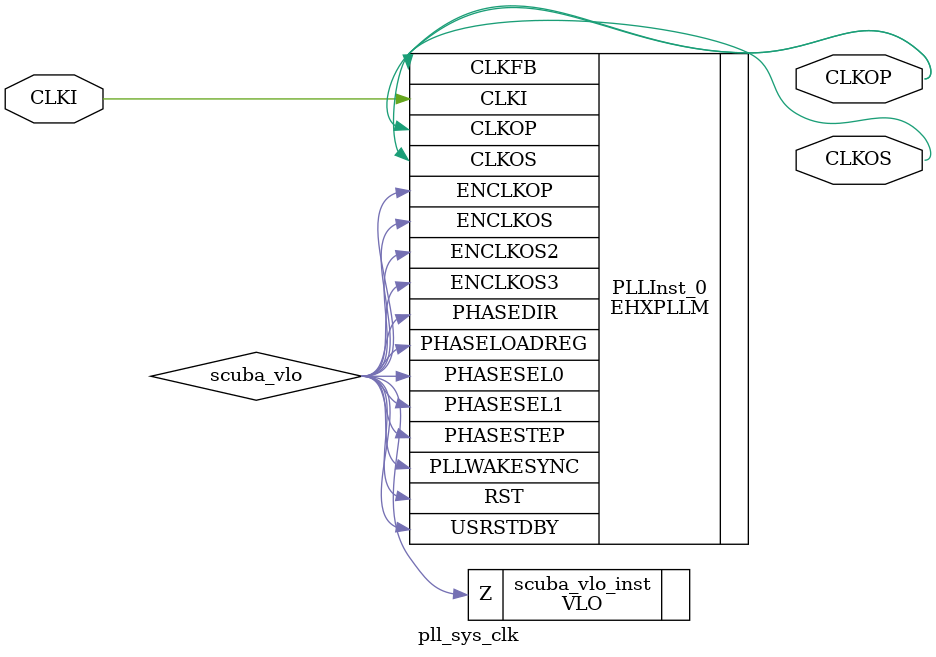
<source format=v>

module pll_sys_clk (CLKI, CLKOP, CLKOS) /* synthesis NGD_DRC_MASK=1, syn_module_defined=1 */ ;   // c:/users/rui/desktop/win10_crosslink/win10_test_mipi_v2/ip/clock/pll_sys_clk/pll_sys_clk.v(8[8:19])
    input CLKI;   // c:/users/rui/desktop/win10_crosslink/win10_test_mipi_v2/ip/clock/pll_sys_clk/pll_sys_clk.v(9[16:20])
    output CLKOP;   // c:/users/rui/desktop/win10_crosslink/win10_test_mipi_v2/ip/clock/pll_sys_clk/pll_sys_clk.v(10[17:22])
    output CLKOS;   // c:/users/rui/desktop/win10_crosslink/win10_test_mipi_v2/ip/clock/pll_sys_clk/pll_sys_clk.v(11[17:22])
    
    wire CLKI /* synthesis is_clock=1 */ ;   // c:/users/rui/desktop/win10_crosslink/win10_test_mipi_v2/ip/clock/pll_sys_clk/pll_sys_clk.v(9[16:20])
    wire CLKOP /* synthesis is_clock=1 */ ;   // c:/users/rui/desktop/win10_crosslink/win10_test_mipi_v2/ip/clock/pll_sys_clk/pll_sys_clk.v(10[17:22])
    
    wire scuba_vlo, VCC_net;
    
    VLO scuba_vlo_inst (.Z(scuba_vlo));
    EHXPLLM PLLInst_0 (.CLKI(CLKI), .CLKFB(CLKOP), .PHASESEL0(scuba_vlo), 
            .PHASESEL1(scuba_vlo), .PHASEDIR(scuba_vlo), .PHASESTEP(scuba_vlo), 
            .PHASELOADREG(scuba_vlo), .USRSTDBY(scuba_vlo), .PLLWAKESYNC(scuba_vlo), 
            .RST(scuba_vlo), .ENCLKOP(scuba_vlo), .ENCLKOS(scuba_vlo), 
            .ENCLKOS2(scuba_vlo), .ENCLKOS3(scuba_vlo), .CLKOP(CLKOP), 
            .CLKOS(CLKOS)) /* synthesis FREQUENCY_PIN_CLKOS="100.000000", FREQUENCY_PIN_CLKOP="100.000000", FREQUENCY_PIN_CLKI="50.000000", ICP_CURRENT="14", LPF_RESISTOR="8", syn_instantiated=1 */ ;
    defparam PLLInst_0.FIN = "100.0000";
    defparam PLLInst_0.CLKI_DIV = 1;
    defparam PLLInst_0.CLKFB_DIV = 2;
    defparam PLLInst_0.CLKOP_DIV = 9;
    defparam PLLInst_0.CLKOS_DIV = 9;
    defparam PLLInst_0.CLKOS2_DIV = 1;
    defparam PLLInst_0.CLKOS3_DIV = 1;
    defparam PLLInst_0.CLKOP_ENABLE = "ENABLED";
    defparam PLLInst_0.CLKOS_ENABLE = "ENABLED";
    defparam PLLInst_0.CLKOS2_ENABLE = "DISABLED";
    defparam PLLInst_0.CLKOS3_ENABLE = "DISABLED";
    defparam PLLInst_0.CLKOP_CPHASE = 8;
    defparam PLLInst_0.CLKOS_CPHASE = 10;
    defparam PLLInst_0.CLKOS2_CPHASE = 0;
    defparam PLLInst_0.CLKOS3_CPHASE = 0;
    defparam PLLInst_0.CLKOP_FPHASE = 0;
    defparam PLLInst_0.CLKOS_FPHASE = 2;
    defparam PLLInst_0.CLKOS2_FPHASE = 0;
    defparam PLLInst_0.CLKOS3_FPHASE = 0;
    defparam PLLInst_0.FEEDBK_PATH = "CLKOP";
    defparam PLLInst_0.CLKOP_TRIM_POL = "FALLING";
    defparam PLLInst_0.CLKOP_TRIM_DELAY = 0;
    defparam PLLInst_0.CLKOS_TRIM_POL = "FALLING";
    defparam PLLInst_0.CLKOS_TRIM_DELAY = 0;
    defparam PLLInst_0.OUTDIVIDER_MUXA = "DIVA";
    defparam PLLInst_0.OUTDIVIDER_MUXB = "DIVB";
    defparam PLLInst_0.OUTDIVIDER_MUXC = "DIVC";
    defparam PLLInst_0.OUTDIVIDER_MUXD = "DIVD";
    defparam PLLInst_0.PLL_LOCK_MODE = 0;
    defparam PLLInst_0.PLL_LOCK_DELAY = 200;
    defparam PLLInst_0.REFIN_RESET = "DISABLED";
    defparam PLLInst_0.SYNC_ENABLE = "DISABLED";
    defparam PLLInst_0.INT_LOCK_STICKY = "ENABLED";
    defparam PLLInst_0.DPHASE_SOURCE = "DISABLED";
    defparam PLLInst_0.STDBY_ENABLE = "DISABLED";
    defparam PLLInst_0.PLLRST_ENA = "DISABLED";
    defparam PLLInst_0.INTFB_WAKE = "DISABLED";
    PUR PUR_INST (.PUR(VCC_net));
    defparam PUR_INST.RST_PULSE = 1;
    VHI i46 (.Z(VCC_net));
    GSR GSR_INST (.GSR(VCC_net));
    
endmodule
//
// Verilog Description of module PUR
// module not written out since it is a black-box. 
//


</source>
